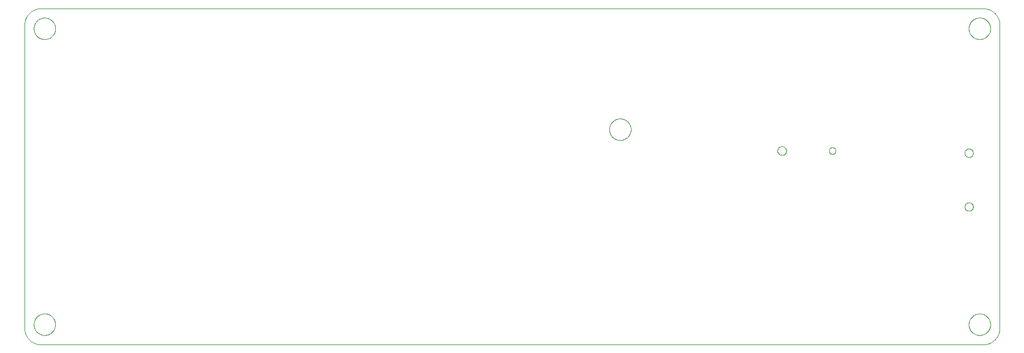
<source format=gko>
G75*
%MOIN*%
%OFA0B0*%
%FSLAX25Y25*%
%IPPOS*%
%LPD*%
%AMOC8*
5,1,8,0,0,1.08239X$1,22.5*
%
%ADD10C,0.00000*%
D10*
X0011643Y0027404D02*
X0562824Y0027404D01*
X0562824Y0027403D02*
X0563062Y0027406D01*
X0563300Y0027414D01*
X0563537Y0027429D01*
X0563774Y0027449D01*
X0564010Y0027475D01*
X0564246Y0027506D01*
X0564481Y0027543D01*
X0564715Y0027586D01*
X0564948Y0027635D01*
X0565180Y0027689D01*
X0565410Y0027749D01*
X0565639Y0027814D01*
X0565866Y0027885D01*
X0566091Y0027961D01*
X0566314Y0028043D01*
X0566536Y0028130D01*
X0566755Y0028222D01*
X0566972Y0028320D01*
X0567186Y0028422D01*
X0567398Y0028530D01*
X0567608Y0028644D01*
X0567814Y0028762D01*
X0568018Y0028885D01*
X0568218Y0029013D01*
X0568415Y0029145D01*
X0568610Y0029283D01*
X0568800Y0029425D01*
X0568988Y0029572D01*
X0569171Y0029723D01*
X0569351Y0029878D01*
X0569527Y0030038D01*
X0569699Y0030202D01*
X0569868Y0030371D01*
X0570032Y0030543D01*
X0570192Y0030719D01*
X0570347Y0030899D01*
X0570498Y0031082D01*
X0570645Y0031270D01*
X0570787Y0031460D01*
X0570925Y0031655D01*
X0571057Y0031852D01*
X0571185Y0032052D01*
X0571308Y0032256D01*
X0571426Y0032462D01*
X0571540Y0032672D01*
X0571648Y0032884D01*
X0571750Y0033098D01*
X0571848Y0033315D01*
X0571940Y0033534D01*
X0572027Y0033756D01*
X0572109Y0033979D01*
X0572185Y0034204D01*
X0572256Y0034431D01*
X0572321Y0034660D01*
X0572381Y0034890D01*
X0572435Y0035122D01*
X0572484Y0035355D01*
X0572527Y0035589D01*
X0572564Y0035824D01*
X0572595Y0036060D01*
X0572621Y0036296D01*
X0572641Y0036533D01*
X0572656Y0036770D01*
X0572664Y0037008D01*
X0572667Y0037246D01*
X0572666Y0037246D02*
X0572666Y0214412D01*
X0572667Y0214412D02*
X0572664Y0214650D01*
X0572656Y0214888D01*
X0572641Y0215125D01*
X0572621Y0215362D01*
X0572595Y0215598D01*
X0572564Y0215834D01*
X0572527Y0216069D01*
X0572484Y0216303D01*
X0572435Y0216536D01*
X0572381Y0216768D01*
X0572321Y0216998D01*
X0572256Y0217227D01*
X0572185Y0217454D01*
X0572109Y0217679D01*
X0572027Y0217902D01*
X0571940Y0218124D01*
X0571848Y0218343D01*
X0571750Y0218560D01*
X0571648Y0218774D01*
X0571540Y0218986D01*
X0571426Y0219196D01*
X0571308Y0219402D01*
X0571185Y0219606D01*
X0571057Y0219806D01*
X0570925Y0220003D01*
X0570787Y0220198D01*
X0570645Y0220388D01*
X0570498Y0220576D01*
X0570347Y0220759D01*
X0570192Y0220939D01*
X0570032Y0221115D01*
X0569868Y0221287D01*
X0569699Y0221456D01*
X0569527Y0221620D01*
X0569351Y0221780D01*
X0569171Y0221935D01*
X0568988Y0222086D01*
X0568800Y0222233D01*
X0568610Y0222375D01*
X0568415Y0222513D01*
X0568218Y0222645D01*
X0568018Y0222773D01*
X0567814Y0222896D01*
X0567608Y0223014D01*
X0567398Y0223128D01*
X0567186Y0223236D01*
X0566972Y0223338D01*
X0566755Y0223436D01*
X0566536Y0223528D01*
X0566314Y0223615D01*
X0566091Y0223697D01*
X0565866Y0223773D01*
X0565639Y0223844D01*
X0565410Y0223909D01*
X0565180Y0223969D01*
X0564948Y0224023D01*
X0564715Y0224072D01*
X0564481Y0224115D01*
X0564246Y0224152D01*
X0564010Y0224183D01*
X0563774Y0224209D01*
X0563537Y0224229D01*
X0563300Y0224244D01*
X0563062Y0224252D01*
X0562824Y0224255D01*
X0562824Y0224254D02*
X0011643Y0224254D01*
X0011643Y0224255D02*
X0011405Y0224252D01*
X0011167Y0224244D01*
X0010930Y0224229D01*
X0010693Y0224209D01*
X0010457Y0224183D01*
X0010221Y0224152D01*
X0009986Y0224115D01*
X0009752Y0224072D01*
X0009519Y0224023D01*
X0009287Y0223969D01*
X0009057Y0223909D01*
X0008828Y0223844D01*
X0008601Y0223773D01*
X0008376Y0223697D01*
X0008153Y0223615D01*
X0007931Y0223528D01*
X0007712Y0223436D01*
X0007495Y0223338D01*
X0007281Y0223236D01*
X0007069Y0223128D01*
X0006859Y0223014D01*
X0006653Y0222896D01*
X0006449Y0222773D01*
X0006249Y0222645D01*
X0006052Y0222513D01*
X0005857Y0222375D01*
X0005667Y0222233D01*
X0005479Y0222086D01*
X0005296Y0221935D01*
X0005116Y0221780D01*
X0004940Y0221620D01*
X0004768Y0221456D01*
X0004599Y0221287D01*
X0004435Y0221115D01*
X0004275Y0220939D01*
X0004120Y0220759D01*
X0003969Y0220576D01*
X0003822Y0220388D01*
X0003680Y0220198D01*
X0003542Y0220003D01*
X0003410Y0219806D01*
X0003282Y0219606D01*
X0003159Y0219402D01*
X0003041Y0219196D01*
X0002927Y0218986D01*
X0002819Y0218774D01*
X0002717Y0218560D01*
X0002619Y0218343D01*
X0002527Y0218124D01*
X0002440Y0217902D01*
X0002358Y0217679D01*
X0002282Y0217454D01*
X0002211Y0217227D01*
X0002146Y0216998D01*
X0002086Y0216768D01*
X0002032Y0216536D01*
X0001983Y0216303D01*
X0001940Y0216069D01*
X0001903Y0215834D01*
X0001872Y0215598D01*
X0001846Y0215362D01*
X0001826Y0215125D01*
X0001811Y0214888D01*
X0001803Y0214650D01*
X0001800Y0214412D01*
X0001800Y0037246D01*
X0001803Y0037008D01*
X0001811Y0036770D01*
X0001826Y0036533D01*
X0001846Y0036296D01*
X0001872Y0036060D01*
X0001903Y0035824D01*
X0001940Y0035589D01*
X0001983Y0035355D01*
X0002032Y0035122D01*
X0002086Y0034890D01*
X0002146Y0034660D01*
X0002211Y0034431D01*
X0002282Y0034204D01*
X0002358Y0033979D01*
X0002440Y0033756D01*
X0002527Y0033534D01*
X0002619Y0033315D01*
X0002717Y0033098D01*
X0002819Y0032884D01*
X0002927Y0032672D01*
X0003041Y0032462D01*
X0003159Y0032256D01*
X0003282Y0032052D01*
X0003410Y0031852D01*
X0003542Y0031655D01*
X0003680Y0031460D01*
X0003822Y0031270D01*
X0003969Y0031082D01*
X0004120Y0030899D01*
X0004275Y0030719D01*
X0004435Y0030543D01*
X0004599Y0030371D01*
X0004768Y0030202D01*
X0004940Y0030038D01*
X0005116Y0029878D01*
X0005296Y0029723D01*
X0005479Y0029572D01*
X0005667Y0029425D01*
X0005857Y0029283D01*
X0006052Y0029145D01*
X0006249Y0029013D01*
X0006449Y0028885D01*
X0006653Y0028762D01*
X0006859Y0028644D01*
X0007069Y0028530D01*
X0007281Y0028422D01*
X0007495Y0028320D01*
X0007712Y0028222D01*
X0007931Y0028130D01*
X0008153Y0028043D01*
X0008376Y0027961D01*
X0008601Y0027885D01*
X0008828Y0027814D01*
X0009057Y0027749D01*
X0009287Y0027689D01*
X0009519Y0027635D01*
X0009752Y0027586D01*
X0009986Y0027543D01*
X0010221Y0027506D01*
X0010457Y0027475D01*
X0010693Y0027449D01*
X0010930Y0027429D01*
X0011167Y0027414D01*
X0011405Y0027406D01*
X0011643Y0027403D01*
X0007312Y0039215D02*
X0007314Y0039373D01*
X0007320Y0039531D01*
X0007330Y0039689D01*
X0007344Y0039847D01*
X0007362Y0040004D01*
X0007383Y0040161D01*
X0007409Y0040317D01*
X0007439Y0040473D01*
X0007472Y0040628D01*
X0007510Y0040781D01*
X0007551Y0040934D01*
X0007596Y0041086D01*
X0007645Y0041237D01*
X0007698Y0041386D01*
X0007754Y0041534D01*
X0007814Y0041680D01*
X0007878Y0041825D01*
X0007946Y0041968D01*
X0008017Y0042110D01*
X0008091Y0042250D01*
X0008169Y0042387D01*
X0008251Y0042523D01*
X0008335Y0042657D01*
X0008424Y0042788D01*
X0008515Y0042917D01*
X0008610Y0043044D01*
X0008707Y0043169D01*
X0008808Y0043291D01*
X0008912Y0043410D01*
X0009019Y0043527D01*
X0009129Y0043641D01*
X0009242Y0043752D01*
X0009357Y0043861D01*
X0009475Y0043966D01*
X0009596Y0044068D01*
X0009719Y0044168D01*
X0009845Y0044264D01*
X0009973Y0044357D01*
X0010103Y0044447D01*
X0010236Y0044533D01*
X0010371Y0044617D01*
X0010507Y0044696D01*
X0010646Y0044773D01*
X0010787Y0044845D01*
X0010929Y0044915D01*
X0011073Y0044980D01*
X0011219Y0045042D01*
X0011366Y0045100D01*
X0011515Y0045155D01*
X0011665Y0045206D01*
X0011816Y0045253D01*
X0011968Y0045296D01*
X0012121Y0045335D01*
X0012276Y0045371D01*
X0012431Y0045402D01*
X0012587Y0045430D01*
X0012743Y0045454D01*
X0012900Y0045474D01*
X0013058Y0045490D01*
X0013215Y0045502D01*
X0013374Y0045510D01*
X0013532Y0045514D01*
X0013690Y0045514D01*
X0013848Y0045510D01*
X0014007Y0045502D01*
X0014164Y0045490D01*
X0014322Y0045474D01*
X0014479Y0045454D01*
X0014635Y0045430D01*
X0014791Y0045402D01*
X0014946Y0045371D01*
X0015101Y0045335D01*
X0015254Y0045296D01*
X0015406Y0045253D01*
X0015557Y0045206D01*
X0015707Y0045155D01*
X0015856Y0045100D01*
X0016003Y0045042D01*
X0016149Y0044980D01*
X0016293Y0044915D01*
X0016435Y0044845D01*
X0016576Y0044773D01*
X0016715Y0044696D01*
X0016851Y0044617D01*
X0016986Y0044533D01*
X0017119Y0044447D01*
X0017249Y0044357D01*
X0017377Y0044264D01*
X0017503Y0044168D01*
X0017626Y0044068D01*
X0017747Y0043966D01*
X0017865Y0043861D01*
X0017980Y0043752D01*
X0018093Y0043641D01*
X0018203Y0043527D01*
X0018310Y0043410D01*
X0018414Y0043291D01*
X0018515Y0043169D01*
X0018612Y0043044D01*
X0018707Y0042917D01*
X0018798Y0042788D01*
X0018887Y0042657D01*
X0018971Y0042523D01*
X0019053Y0042387D01*
X0019131Y0042250D01*
X0019205Y0042110D01*
X0019276Y0041968D01*
X0019344Y0041825D01*
X0019408Y0041680D01*
X0019468Y0041534D01*
X0019524Y0041386D01*
X0019577Y0041237D01*
X0019626Y0041086D01*
X0019671Y0040934D01*
X0019712Y0040781D01*
X0019750Y0040628D01*
X0019783Y0040473D01*
X0019813Y0040317D01*
X0019839Y0040161D01*
X0019860Y0040004D01*
X0019878Y0039847D01*
X0019892Y0039689D01*
X0019902Y0039531D01*
X0019908Y0039373D01*
X0019910Y0039215D01*
X0019908Y0039057D01*
X0019902Y0038899D01*
X0019892Y0038741D01*
X0019878Y0038583D01*
X0019860Y0038426D01*
X0019839Y0038269D01*
X0019813Y0038113D01*
X0019783Y0037957D01*
X0019750Y0037802D01*
X0019712Y0037649D01*
X0019671Y0037496D01*
X0019626Y0037344D01*
X0019577Y0037193D01*
X0019524Y0037044D01*
X0019468Y0036896D01*
X0019408Y0036750D01*
X0019344Y0036605D01*
X0019276Y0036462D01*
X0019205Y0036320D01*
X0019131Y0036180D01*
X0019053Y0036043D01*
X0018971Y0035907D01*
X0018887Y0035773D01*
X0018798Y0035642D01*
X0018707Y0035513D01*
X0018612Y0035386D01*
X0018515Y0035261D01*
X0018414Y0035139D01*
X0018310Y0035020D01*
X0018203Y0034903D01*
X0018093Y0034789D01*
X0017980Y0034678D01*
X0017865Y0034569D01*
X0017747Y0034464D01*
X0017626Y0034362D01*
X0017503Y0034262D01*
X0017377Y0034166D01*
X0017249Y0034073D01*
X0017119Y0033983D01*
X0016986Y0033897D01*
X0016851Y0033813D01*
X0016715Y0033734D01*
X0016576Y0033657D01*
X0016435Y0033585D01*
X0016293Y0033515D01*
X0016149Y0033450D01*
X0016003Y0033388D01*
X0015856Y0033330D01*
X0015707Y0033275D01*
X0015557Y0033224D01*
X0015406Y0033177D01*
X0015254Y0033134D01*
X0015101Y0033095D01*
X0014946Y0033059D01*
X0014791Y0033028D01*
X0014635Y0033000D01*
X0014479Y0032976D01*
X0014322Y0032956D01*
X0014164Y0032940D01*
X0014007Y0032928D01*
X0013848Y0032920D01*
X0013690Y0032916D01*
X0013532Y0032916D01*
X0013374Y0032920D01*
X0013215Y0032928D01*
X0013058Y0032940D01*
X0012900Y0032956D01*
X0012743Y0032976D01*
X0012587Y0033000D01*
X0012431Y0033028D01*
X0012276Y0033059D01*
X0012121Y0033095D01*
X0011968Y0033134D01*
X0011816Y0033177D01*
X0011665Y0033224D01*
X0011515Y0033275D01*
X0011366Y0033330D01*
X0011219Y0033388D01*
X0011073Y0033450D01*
X0010929Y0033515D01*
X0010787Y0033585D01*
X0010646Y0033657D01*
X0010507Y0033734D01*
X0010371Y0033813D01*
X0010236Y0033897D01*
X0010103Y0033983D01*
X0009973Y0034073D01*
X0009845Y0034166D01*
X0009719Y0034262D01*
X0009596Y0034362D01*
X0009475Y0034464D01*
X0009357Y0034569D01*
X0009242Y0034678D01*
X0009129Y0034789D01*
X0009019Y0034903D01*
X0008912Y0035020D01*
X0008808Y0035139D01*
X0008707Y0035261D01*
X0008610Y0035386D01*
X0008515Y0035513D01*
X0008424Y0035642D01*
X0008335Y0035773D01*
X0008251Y0035907D01*
X0008169Y0036043D01*
X0008091Y0036180D01*
X0008017Y0036320D01*
X0007946Y0036462D01*
X0007878Y0036605D01*
X0007814Y0036750D01*
X0007754Y0036896D01*
X0007698Y0037044D01*
X0007645Y0037193D01*
X0007596Y0037344D01*
X0007551Y0037496D01*
X0007510Y0037649D01*
X0007472Y0037802D01*
X0007439Y0037957D01*
X0007409Y0038113D01*
X0007383Y0038269D01*
X0007362Y0038426D01*
X0007344Y0038583D01*
X0007330Y0038741D01*
X0007320Y0038899D01*
X0007314Y0039057D01*
X0007312Y0039215D01*
X0344147Y0153388D02*
X0344149Y0153546D01*
X0344155Y0153704D01*
X0344165Y0153862D01*
X0344179Y0154020D01*
X0344197Y0154177D01*
X0344218Y0154334D01*
X0344244Y0154490D01*
X0344274Y0154646D01*
X0344307Y0154801D01*
X0344345Y0154954D01*
X0344386Y0155107D01*
X0344431Y0155259D01*
X0344480Y0155410D01*
X0344533Y0155559D01*
X0344589Y0155707D01*
X0344649Y0155853D01*
X0344713Y0155998D01*
X0344781Y0156141D01*
X0344852Y0156283D01*
X0344926Y0156423D01*
X0345004Y0156560D01*
X0345086Y0156696D01*
X0345170Y0156830D01*
X0345259Y0156961D01*
X0345350Y0157090D01*
X0345445Y0157217D01*
X0345542Y0157342D01*
X0345643Y0157464D01*
X0345747Y0157583D01*
X0345854Y0157700D01*
X0345964Y0157814D01*
X0346077Y0157925D01*
X0346192Y0158034D01*
X0346310Y0158139D01*
X0346431Y0158241D01*
X0346554Y0158341D01*
X0346680Y0158437D01*
X0346808Y0158530D01*
X0346938Y0158620D01*
X0347071Y0158706D01*
X0347206Y0158790D01*
X0347342Y0158869D01*
X0347481Y0158946D01*
X0347622Y0159018D01*
X0347764Y0159088D01*
X0347908Y0159153D01*
X0348054Y0159215D01*
X0348201Y0159273D01*
X0348350Y0159328D01*
X0348500Y0159379D01*
X0348651Y0159426D01*
X0348803Y0159469D01*
X0348956Y0159508D01*
X0349111Y0159544D01*
X0349266Y0159575D01*
X0349422Y0159603D01*
X0349578Y0159627D01*
X0349735Y0159647D01*
X0349893Y0159663D01*
X0350050Y0159675D01*
X0350209Y0159683D01*
X0350367Y0159687D01*
X0350525Y0159687D01*
X0350683Y0159683D01*
X0350842Y0159675D01*
X0350999Y0159663D01*
X0351157Y0159647D01*
X0351314Y0159627D01*
X0351470Y0159603D01*
X0351626Y0159575D01*
X0351781Y0159544D01*
X0351936Y0159508D01*
X0352089Y0159469D01*
X0352241Y0159426D01*
X0352392Y0159379D01*
X0352542Y0159328D01*
X0352691Y0159273D01*
X0352838Y0159215D01*
X0352984Y0159153D01*
X0353128Y0159088D01*
X0353270Y0159018D01*
X0353411Y0158946D01*
X0353550Y0158869D01*
X0353686Y0158790D01*
X0353821Y0158706D01*
X0353954Y0158620D01*
X0354084Y0158530D01*
X0354212Y0158437D01*
X0354338Y0158341D01*
X0354461Y0158241D01*
X0354582Y0158139D01*
X0354700Y0158034D01*
X0354815Y0157925D01*
X0354928Y0157814D01*
X0355038Y0157700D01*
X0355145Y0157583D01*
X0355249Y0157464D01*
X0355350Y0157342D01*
X0355447Y0157217D01*
X0355542Y0157090D01*
X0355633Y0156961D01*
X0355722Y0156830D01*
X0355806Y0156696D01*
X0355888Y0156560D01*
X0355966Y0156423D01*
X0356040Y0156283D01*
X0356111Y0156141D01*
X0356179Y0155998D01*
X0356243Y0155853D01*
X0356303Y0155707D01*
X0356359Y0155559D01*
X0356412Y0155410D01*
X0356461Y0155259D01*
X0356506Y0155107D01*
X0356547Y0154954D01*
X0356585Y0154801D01*
X0356618Y0154646D01*
X0356648Y0154490D01*
X0356674Y0154334D01*
X0356695Y0154177D01*
X0356713Y0154020D01*
X0356727Y0153862D01*
X0356737Y0153704D01*
X0356743Y0153546D01*
X0356745Y0153388D01*
X0356743Y0153230D01*
X0356737Y0153072D01*
X0356727Y0152914D01*
X0356713Y0152756D01*
X0356695Y0152599D01*
X0356674Y0152442D01*
X0356648Y0152286D01*
X0356618Y0152130D01*
X0356585Y0151975D01*
X0356547Y0151822D01*
X0356506Y0151669D01*
X0356461Y0151517D01*
X0356412Y0151366D01*
X0356359Y0151217D01*
X0356303Y0151069D01*
X0356243Y0150923D01*
X0356179Y0150778D01*
X0356111Y0150635D01*
X0356040Y0150493D01*
X0355966Y0150353D01*
X0355888Y0150216D01*
X0355806Y0150080D01*
X0355722Y0149946D01*
X0355633Y0149815D01*
X0355542Y0149686D01*
X0355447Y0149559D01*
X0355350Y0149434D01*
X0355249Y0149312D01*
X0355145Y0149193D01*
X0355038Y0149076D01*
X0354928Y0148962D01*
X0354815Y0148851D01*
X0354700Y0148742D01*
X0354582Y0148637D01*
X0354461Y0148535D01*
X0354338Y0148435D01*
X0354212Y0148339D01*
X0354084Y0148246D01*
X0353954Y0148156D01*
X0353821Y0148070D01*
X0353686Y0147986D01*
X0353550Y0147907D01*
X0353411Y0147830D01*
X0353270Y0147758D01*
X0353128Y0147688D01*
X0352984Y0147623D01*
X0352838Y0147561D01*
X0352691Y0147503D01*
X0352542Y0147448D01*
X0352392Y0147397D01*
X0352241Y0147350D01*
X0352089Y0147307D01*
X0351936Y0147268D01*
X0351781Y0147232D01*
X0351626Y0147201D01*
X0351470Y0147173D01*
X0351314Y0147149D01*
X0351157Y0147129D01*
X0350999Y0147113D01*
X0350842Y0147101D01*
X0350683Y0147093D01*
X0350525Y0147089D01*
X0350367Y0147089D01*
X0350209Y0147093D01*
X0350050Y0147101D01*
X0349893Y0147113D01*
X0349735Y0147129D01*
X0349578Y0147149D01*
X0349422Y0147173D01*
X0349266Y0147201D01*
X0349111Y0147232D01*
X0348956Y0147268D01*
X0348803Y0147307D01*
X0348651Y0147350D01*
X0348500Y0147397D01*
X0348350Y0147448D01*
X0348201Y0147503D01*
X0348054Y0147561D01*
X0347908Y0147623D01*
X0347764Y0147688D01*
X0347622Y0147758D01*
X0347481Y0147830D01*
X0347342Y0147907D01*
X0347206Y0147986D01*
X0347071Y0148070D01*
X0346938Y0148156D01*
X0346808Y0148246D01*
X0346680Y0148339D01*
X0346554Y0148435D01*
X0346431Y0148535D01*
X0346310Y0148637D01*
X0346192Y0148742D01*
X0346077Y0148851D01*
X0345964Y0148962D01*
X0345854Y0149076D01*
X0345747Y0149193D01*
X0345643Y0149312D01*
X0345542Y0149434D01*
X0345445Y0149559D01*
X0345350Y0149686D01*
X0345259Y0149815D01*
X0345170Y0149946D01*
X0345086Y0150080D01*
X0345004Y0150216D01*
X0344926Y0150353D01*
X0344852Y0150493D01*
X0344781Y0150635D01*
X0344713Y0150778D01*
X0344649Y0150923D01*
X0344589Y0151069D01*
X0344533Y0151217D01*
X0344480Y0151366D01*
X0344431Y0151517D01*
X0344386Y0151669D01*
X0344345Y0151822D01*
X0344307Y0151975D01*
X0344274Y0152130D01*
X0344244Y0152286D01*
X0344218Y0152442D01*
X0344197Y0152599D01*
X0344179Y0152756D01*
X0344165Y0152914D01*
X0344155Y0153072D01*
X0344149Y0153230D01*
X0344147Y0153388D01*
X0442615Y0140904D02*
X0442617Y0141005D01*
X0442623Y0141106D01*
X0442633Y0141207D01*
X0442647Y0141307D01*
X0442665Y0141406D01*
X0442687Y0141505D01*
X0442712Y0141603D01*
X0442742Y0141700D01*
X0442775Y0141795D01*
X0442812Y0141889D01*
X0442853Y0141982D01*
X0442897Y0142073D01*
X0442945Y0142162D01*
X0442997Y0142249D01*
X0443052Y0142334D01*
X0443110Y0142416D01*
X0443171Y0142497D01*
X0443236Y0142575D01*
X0443303Y0142650D01*
X0443373Y0142722D01*
X0443447Y0142792D01*
X0443523Y0142859D01*
X0443601Y0142923D01*
X0443682Y0142983D01*
X0443765Y0143040D01*
X0443851Y0143094D01*
X0443939Y0143145D01*
X0444028Y0143192D01*
X0444119Y0143236D01*
X0444212Y0143275D01*
X0444307Y0143312D01*
X0444402Y0143344D01*
X0444499Y0143373D01*
X0444598Y0143397D01*
X0444696Y0143418D01*
X0444796Y0143435D01*
X0444896Y0143448D01*
X0444997Y0143457D01*
X0445098Y0143462D01*
X0445199Y0143463D01*
X0445300Y0143460D01*
X0445401Y0143453D01*
X0445502Y0143442D01*
X0445602Y0143427D01*
X0445701Y0143408D01*
X0445800Y0143385D01*
X0445897Y0143359D01*
X0445994Y0143328D01*
X0446089Y0143294D01*
X0446182Y0143256D01*
X0446275Y0143214D01*
X0446365Y0143169D01*
X0446454Y0143120D01*
X0446540Y0143068D01*
X0446624Y0143012D01*
X0446707Y0142953D01*
X0446786Y0142891D01*
X0446864Y0142826D01*
X0446938Y0142758D01*
X0447010Y0142686D01*
X0447079Y0142613D01*
X0447145Y0142536D01*
X0447208Y0142457D01*
X0447268Y0142375D01*
X0447324Y0142291D01*
X0447377Y0142205D01*
X0447427Y0142117D01*
X0447473Y0142027D01*
X0447516Y0141936D01*
X0447555Y0141842D01*
X0447590Y0141747D01*
X0447621Y0141651D01*
X0447649Y0141554D01*
X0447673Y0141456D01*
X0447693Y0141357D01*
X0447709Y0141257D01*
X0447721Y0141156D01*
X0447729Y0141056D01*
X0447733Y0140955D01*
X0447733Y0140853D01*
X0447729Y0140752D01*
X0447721Y0140652D01*
X0447709Y0140551D01*
X0447693Y0140451D01*
X0447673Y0140352D01*
X0447649Y0140254D01*
X0447621Y0140157D01*
X0447590Y0140061D01*
X0447555Y0139966D01*
X0447516Y0139872D01*
X0447473Y0139781D01*
X0447427Y0139691D01*
X0447377Y0139603D01*
X0447324Y0139517D01*
X0447268Y0139433D01*
X0447208Y0139351D01*
X0447145Y0139272D01*
X0447079Y0139195D01*
X0447010Y0139122D01*
X0446938Y0139050D01*
X0446864Y0138982D01*
X0446786Y0138917D01*
X0446707Y0138855D01*
X0446624Y0138796D01*
X0446540Y0138740D01*
X0446453Y0138688D01*
X0446365Y0138639D01*
X0446275Y0138594D01*
X0446182Y0138552D01*
X0446089Y0138514D01*
X0445994Y0138480D01*
X0445897Y0138449D01*
X0445800Y0138423D01*
X0445701Y0138400D01*
X0445602Y0138381D01*
X0445502Y0138366D01*
X0445401Y0138355D01*
X0445300Y0138348D01*
X0445199Y0138345D01*
X0445098Y0138346D01*
X0444997Y0138351D01*
X0444896Y0138360D01*
X0444796Y0138373D01*
X0444696Y0138390D01*
X0444598Y0138411D01*
X0444499Y0138435D01*
X0444402Y0138464D01*
X0444307Y0138496D01*
X0444212Y0138533D01*
X0444119Y0138572D01*
X0444028Y0138616D01*
X0443939Y0138663D01*
X0443851Y0138714D01*
X0443765Y0138768D01*
X0443682Y0138825D01*
X0443601Y0138885D01*
X0443523Y0138949D01*
X0443447Y0139016D01*
X0443373Y0139086D01*
X0443303Y0139158D01*
X0443236Y0139233D01*
X0443171Y0139311D01*
X0443110Y0139392D01*
X0443052Y0139474D01*
X0442997Y0139559D01*
X0442945Y0139646D01*
X0442897Y0139735D01*
X0442853Y0139826D01*
X0442812Y0139919D01*
X0442775Y0140013D01*
X0442742Y0140108D01*
X0442712Y0140205D01*
X0442687Y0140303D01*
X0442665Y0140402D01*
X0442647Y0140501D01*
X0442633Y0140601D01*
X0442623Y0140702D01*
X0442617Y0140803D01*
X0442615Y0140904D01*
X0472733Y0140904D02*
X0472735Y0140992D01*
X0472741Y0141080D01*
X0472751Y0141168D01*
X0472765Y0141256D01*
X0472782Y0141342D01*
X0472804Y0141428D01*
X0472829Y0141512D01*
X0472859Y0141596D01*
X0472891Y0141678D01*
X0472928Y0141758D01*
X0472968Y0141837D01*
X0473012Y0141914D01*
X0473059Y0141989D01*
X0473109Y0142061D01*
X0473163Y0142132D01*
X0473219Y0142199D01*
X0473279Y0142265D01*
X0473341Y0142327D01*
X0473407Y0142387D01*
X0473474Y0142443D01*
X0473545Y0142497D01*
X0473617Y0142547D01*
X0473692Y0142594D01*
X0473769Y0142638D01*
X0473848Y0142678D01*
X0473928Y0142715D01*
X0474010Y0142747D01*
X0474094Y0142777D01*
X0474178Y0142802D01*
X0474264Y0142824D01*
X0474350Y0142841D01*
X0474438Y0142855D01*
X0474526Y0142865D01*
X0474614Y0142871D01*
X0474702Y0142873D01*
X0474790Y0142871D01*
X0474878Y0142865D01*
X0474966Y0142855D01*
X0475054Y0142841D01*
X0475140Y0142824D01*
X0475226Y0142802D01*
X0475310Y0142777D01*
X0475394Y0142747D01*
X0475476Y0142715D01*
X0475556Y0142678D01*
X0475635Y0142638D01*
X0475712Y0142594D01*
X0475787Y0142547D01*
X0475859Y0142497D01*
X0475930Y0142443D01*
X0475997Y0142387D01*
X0476063Y0142327D01*
X0476125Y0142265D01*
X0476185Y0142199D01*
X0476241Y0142132D01*
X0476295Y0142061D01*
X0476345Y0141989D01*
X0476392Y0141914D01*
X0476436Y0141837D01*
X0476476Y0141758D01*
X0476513Y0141678D01*
X0476545Y0141596D01*
X0476575Y0141512D01*
X0476600Y0141428D01*
X0476622Y0141342D01*
X0476639Y0141256D01*
X0476653Y0141168D01*
X0476663Y0141080D01*
X0476669Y0140992D01*
X0476671Y0140904D01*
X0476669Y0140816D01*
X0476663Y0140728D01*
X0476653Y0140640D01*
X0476639Y0140552D01*
X0476622Y0140466D01*
X0476600Y0140380D01*
X0476575Y0140296D01*
X0476545Y0140212D01*
X0476513Y0140130D01*
X0476476Y0140050D01*
X0476436Y0139971D01*
X0476392Y0139894D01*
X0476345Y0139819D01*
X0476295Y0139747D01*
X0476241Y0139676D01*
X0476185Y0139609D01*
X0476125Y0139543D01*
X0476063Y0139481D01*
X0475997Y0139421D01*
X0475930Y0139365D01*
X0475859Y0139311D01*
X0475787Y0139261D01*
X0475712Y0139214D01*
X0475635Y0139170D01*
X0475556Y0139130D01*
X0475476Y0139093D01*
X0475394Y0139061D01*
X0475310Y0139031D01*
X0475226Y0139006D01*
X0475140Y0138984D01*
X0475054Y0138967D01*
X0474966Y0138953D01*
X0474878Y0138943D01*
X0474790Y0138937D01*
X0474702Y0138935D01*
X0474614Y0138937D01*
X0474526Y0138943D01*
X0474438Y0138953D01*
X0474350Y0138967D01*
X0474264Y0138984D01*
X0474178Y0139006D01*
X0474094Y0139031D01*
X0474010Y0139061D01*
X0473928Y0139093D01*
X0473848Y0139130D01*
X0473769Y0139170D01*
X0473692Y0139214D01*
X0473617Y0139261D01*
X0473545Y0139311D01*
X0473474Y0139365D01*
X0473407Y0139421D01*
X0473341Y0139481D01*
X0473279Y0139543D01*
X0473219Y0139609D01*
X0473163Y0139676D01*
X0473109Y0139747D01*
X0473059Y0139819D01*
X0473012Y0139894D01*
X0472968Y0139971D01*
X0472928Y0140050D01*
X0472891Y0140130D01*
X0472859Y0140212D01*
X0472829Y0140296D01*
X0472804Y0140380D01*
X0472782Y0140466D01*
X0472765Y0140552D01*
X0472751Y0140640D01*
X0472741Y0140728D01*
X0472735Y0140816D01*
X0472733Y0140904D01*
X0552134Y0139609D02*
X0552136Y0139708D01*
X0552142Y0139807D01*
X0552152Y0139906D01*
X0552166Y0140004D01*
X0552184Y0140101D01*
X0552206Y0140198D01*
X0552231Y0140294D01*
X0552261Y0140388D01*
X0552294Y0140482D01*
X0552331Y0140574D01*
X0552372Y0140664D01*
X0552416Y0140753D01*
X0552464Y0140839D01*
X0552515Y0140924D01*
X0552570Y0141007D01*
X0552628Y0141087D01*
X0552689Y0141165D01*
X0552753Y0141241D01*
X0552820Y0141314D01*
X0552890Y0141384D01*
X0552963Y0141451D01*
X0553039Y0141515D01*
X0553117Y0141576D01*
X0553197Y0141634D01*
X0553280Y0141689D01*
X0553364Y0141740D01*
X0553451Y0141788D01*
X0553540Y0141832D01*
X0553630Y0141873D01*
X0553722Y0141910D01*
X0553816Y0141943D01*
X0553910Y0141973D01*
X0554006Y0141998D01*
X0554103Y0142020D01*
X0554200Y0142038D01*
X0554298Y0142052D01*
X0554397Y0142062D01*
X0554496Y0142068D01*
X0554595Y0142070D01*
X0554694Y0142068D01*
X0554793Y0142062D01*
X0554892Y0142052D01*
X0554990Y0142038D01*
X0555087Y0142020D01*
X0555184Y0141998D01*
X0555280Y0141973D01*
X0555374Y0141943D01*
X0555468Y0141910D01*
X0555560Y0141873D01*
X0555650Y0141832D01*
X0555739Y0141788D01*
X0555825Y0141740D01*
X0555910Y0141689D01*
X0555993Y0141634D01*
X0556073Y0141576D01*
X0556151Y0141515D01*
X0556227Y0141451D01*
X0556300Y0141384D01*
X0556370Y0141314D01*
X0556437Y0141241D01*
X0556501Y0141165D01*
X0556562Y0141087D01*
X0556620Y0141007D01*
X0556675Y0140924D01*
X0556726Y0140840D01*
X0556774Y0140753D01*
X0556818Y0140664D01*
X0556859Y0140574D01*
X0556896Y0140482D01*
X0556929Y0140388D01*
X0556959Y0140294D01*
X0556984Y0140198D01*
X0557006Y0140101D01*
X0557024Y0140004D01*
X0557038Y0139906D01*
X0557048Y0139807D01*
X0557054Y0139708D01*
X0557056Y0139609D01*
X0557054Y0139510D01*
X0557048Y0139411D01*
X0557038Y0139312D01*
X0557024Y0139214D01*
X0557006Y0139117D01*
X0556984Y0139020D01*
X0556959Y0138924D01*
X0556929Y0138830D01*
X0556896Y0138736D01*
X0556859Y0138644D01*
X0556818Y0138554D01*
X0556774Y0138465D01*
X0556726Y0138379D01*
X0556675Y0138294D01*
X0556620Y0138211D01*
X0556562Y0138131D01*
X0556501Y0138053D01*
X0556437Y0137977D01*
X0556370Y0137904D01*
X0556300Y0137834D01*
X0556227Y0137767D01*
X0556151Y0137703D01*
X0556073Y0137642D01*
X0555993Y0137584D01*
X0555910Y0137529D01*
X0555826Y0137478D01*
X0555739Y0137430D01*
X0555650Y0137386D01*
X0555560Y0137345D01*
X0555468Y0137308D01*
X0555374Y0137275D01*
X0555280Y0137245D01*
X0555184Y0137220D01*
X0555087Y0137198D01*
X0554990Y0137180D01*
X0554892Y0137166D01*
X0554793Y0137156D01*
X0554694Y0137150D01*
X0554595Y0137148D01*
X0554496Y0137150D01*
X0554397Y0137156D01*
X0554298Y0137166D01*
X0554200Y0137180D01*
X0554103Y0137198D01*
X0554006Y0137220D01*
X0553910Y0137245D01*
X0553816Y0137275D01*
X0553722Y0137308D01*
X0553630Y0137345D01*
X0553540Y0137386D01*
X0553451Y0137430D01*
X0553365Y0137478D01*
X0553280Y0137529D01*
X0553197Y0137584D01*
X0553117Y0137642D01*
X0553039Y0137703D01*
X0552963Y0137767D01*
X0552890Y0137834D01*
X0552820Y0137904D01*
X0552753Y0137977D01*
X0552689Y0138053D01*
X0552628Y0138131D01*
X0552570Y0138211D01*
X0552515Y0138294D01*
X0552464Y0138378D01*
X0552416Y0138465D01*
X0552372Y0138554D01*
X0552331Y0138644D01*
X0552294Y0138736D01*
X0552261Y0138830D01*
X0552231Y0138924D01*
X0552206Y0139020D01*
X0552184Y0139117D01*
X0552166Y0139214D01*
X0552152Y0139312D01*
X0552142Y0139411D01*
X0552136Y0139510D01*
X0552134Y0139609D01*
X0552134Y0108113D02*
X0552136Y0108212D01*
X0552142Y0108311D01*
X0552152Y0108410D01*
X0552166Y0108508D01*
X0552184Y0108605D01*
X0552206Y0108702D01*
X0552231Y0108798D01*
X0552261Y0108892D01*
X0552294Y0108986D01*
X0552331Y0109078D01*
X0552372Y0109168D01*
X0552416Y0109257D01*
X0552464Y0109343D01*
X0552515Y0109428D01*
X0552570Y0109511D01*
X0552628Y0109591D01*
X0552689Y0109669D01*
X0552753Y0109745D01*
X0552820Y0109818D01*
X0552890Y0109888D01*
X0552963Y0109955D01*
X0553039Y0110019D01*
X0553117Y0110080D01*
X0553197Y0110138D01*
X0553280Y0110193D01*
X0553364Y0110244D01*
X0553451Y0110292D01*
X0553540Y0110336D01*
X0553630Y0110377D01*
X0553722Y0110414D01*
X0553816Y0110447D01*
X0553910Y0110477D01*
X0554006Y0110502D01*
X0554103Y0110524D01*
X0554200Y0110542D01*
X0554298Y0110556D01*
X0554397Y0110566D01*
X0554496Y0110572D01*
X0554595Y0110574D01*
X0554694Y0110572D01*
X0554793Y0110566D01*
X0554892Y0110556D01*
X0554990Y0110542D01*
X0555087Y0110524D01*
X0555184Y0110502D01*
X0555280Y0110477D01*
X0555374Y0110447D01*
X0555468Y0110414D01*
X0555560Y0110377D01*
X0555650Y0110336D01*
X0555739Y0110292D01*
X0555825Y0110244D01*
X0555910Y0110193D01*
X0555993Y0110138D01*
X0556073Y0110080D01*
X0556151Y0110019D01*
X0556227Y0109955D01*
X0556300Y0109888D01*
X0556370Y0109818D01*
X0556437Y0109745D01*
X0556501Y0109669D01*
X0556562Y0109591D01*
X0556620Y0109511D01*
X0556675Y0109428D01*
X0556726Y0109344D01*
X0556774Y0109257D01*
X0556818Y0109168D01*
X0556859Y0109078D01*
X0556896Y0108986D01*
X0556929Y0108892D01*
X0556959Y0108798D01*
X0556984Y0108702D01*
X0557006Y0108605D01*
X0557024Y0108508D01*
X0557038Y0108410D01*
X0557048Y0108311D01*
X0557054Y0108212D01*
X0557056Y0108113D01*
X0557054Y0108014D01*
X0557048Y0107915D01*
X0557038Y0107816D01*
X0557024Y0107718D01*
X0557006Y0107621D01*
X0556984Y0107524D01*
X0556959Y0107428D01*
X0556929Y0107334D01*
X0556896Y0107240D01*
X0556859Y0107148D01*
X0556818Y0107058D01*
X0556774Y0106969D01*
X0556726Y0106883D01*
X0556675Y0106798D01*
X0556620Y0106715D01*
X0556562Y0106635D01*
X0556501Y0106557D01*
X0556437Y0106481D01*
X0556370Y0106408D01*
X0556300Y0106338D01*
X0556227Y0106271D01*
X0556151Y0106207D01*
X0556073Y0106146D01*
X0555993Y0106088D01*
X0555910Y0106033D01*
X0555826Y0105982D01*
X0555739Y0105934D01*
X0555650Y0105890D01*
X0555560Y0105849D01*
X0555468Y0105812D01*
X0555374Y0105779D01*
X0555280Y0105749D01*
X0555184Y0105724D01*
X0555087Y0105702D01*
X0554990Y0105684D01*
X0554892Y0105670D01*
X0554793Y0105660D01*
X0554694Y0105654D01*
X0554595Y0105652D01*
X0554496Y0105654D01*
X0554397Y0105660D01*
X0554298Y0105670D01*
X0554200Y0105684D01*
X0554103Y0105702D01*
X0554006Y0105724D01*
X0553910Y0105749D01*
X0553816Y0105779D01*
X0553722Y0105812D01*
X0553630Y0105849D01*
X0553540Y0105890D01*
X0553451Y0105934D01*
X0553365Y0105982D01*
X0553280Y0106033D01*
X0553197Y0106088D01*
X0553117Y0106146D01*
X0553039Y0106207D01*
X0552963Y0106271D01*
X0552890Y0106338D01*
X0552820Y0106408D01*
X0552753Y0106481D01*
X0552689Y0106557D01*
X0552628Y0106635D01*
X0552570Y0106715D01*
X0552515Y0106798D01*
X0552464Y0106882D01*
X0552416Y0106969D01*
X0552372Y0107058D01*
X0552331Y0107148D01*
X0552294Y0107240D01*
X0552261Y0107334D01*
X0552231Y0107428D01*
X0552206Y0107524D01*
X0552184Y0107621D01*
X0552166Y0107718D01*
X0552152Y0107816D01*
X0552142Y0107915D01*
X0552136Y0108014D01*
X0552134Y0108113D01*
X0554556Y0039215D02*
X0554558Y0039373D01*
X0554564Y0039531D01*
X0554574Y0039689D01*
X0554588Y0039847D01*
X0554606Y0040004D01*
X0554627Y0040161D01*
X0554653Y0040317D01*
X0554683Y0040473D01*
X0554716Y0040628D01*
X0554754Y0040781D01*
X0554795Y0040934D01*
X0554840Y0041086D01*
X0554889Y0041237D01*
X0554942Y0041386D01*
X0554998Y0041534D01*
X0555058Y0041680D01*
X0555122Y0041825D01*
X0555190Y0041968D01*
X0555261Y0042110D01*
X0555335Y0042250D01*
X0555413Y0042387D01*
X0555495Y0042523D01*
X0555579Y0042657D01*
X0555668Y0042788D01*
X0555759Y0042917D01*
X0555854Y0043044D01*
X0555951Y0043169D01*
X0556052Y0043291D01*
X0556156Y0043410D01*
X0556263Y0043527D01*
X0556373Y0043641D01*
X0556486Y0043752D01*
X0556601Y0043861D01*
X0556719Y0043966D01*
X0556840Y0044068D01*
X0556963Y0044168D01*
X0557089Y0044264D01*
X0557217Y0044357D01*
X0557347Y0044447D01*
X0557480Y0044533D01*
X0557615Y0044617D01*
X0557751Y0044696D01*
X0557890Y0044773D01*
X0558031Y0044845D01*
X0558173Y0044915D01*
X0558317Y0044980D01*
X0558463Y0045042D01*
X0558610Y0045100D01*
X0558759Y0045155D01*
X0558909Y0045206D01*
X0559060Y0045253D01*
X0559212Y0045296D01*
X0559365Y0045335D01*
X0559520Y0045371D01*
X0559675Y0045402D01*
X0559831Y0045430D01*
X0559987Y0045454D01*
X0560144Y0045474D01*
X0560302Y0045490D01*
X0560459Y0045502D01*
X0560618Y0045510D01*
X0560776Y0045514D01*
X0560934Y0045514D01*
X0561092Y0045510D01*
X0561251Y0045502D01*
X0561408Y0045490D01*
X0561566Y0045474D01*
X0561723Y0045454D01*
X0561879Y0045430D01*
X0562035Y0045402D01*
X0562190Y0045371D01*
X0562345Y0045335D01*
X0562498Y0045296D01*
X0562650Y0045253D01*
X0562801Y0045206D01*
X0562951Y0045155D01*
X0563100Y0045100D01*
X0563247Y0045042D01*
X0563393Y0044980D01*
X0563537Y0044915D01*
X0563679Y0044845D01*
X0563820Y0044773D01*
X0563959Y0044696D01*
X0564095Y0044617D01*
X0564230Y0044533D01*
X0564363Y0044447D01*
X0564493Y0044357D01*
X0564621Y0044264D01*
X0564747Y0044168D01*
X0564870Y0044068D01*
X0564991Y0043966D01*
X0565109Y0043861D01*
X0565224Y0043752D01*
X0565337Y0043641D01*
X0565447Y0043527D01*
X0565554Y0043410D01*
X0565658Y0043291D01*
X0565759Y0043169D01*
X0565856Y0043044D01*
X0565951Y0042917D01*
X0566042Y0042788D01*
X0566131Y0042657D01*
X0566215Y0042523D01*
X0566297Y0042387D01*
X0566375Y0042250D01*
X0566449Y0042110D01*
X0566520Y0041968D01*
X0566588Y0041825D01*
X0566652Y0041680D01*
X0566712Y0041534D01*
X0566768Y0041386D01*
X0566821Y0041237D01*
X0566870Y0041086D01*
X0566915Y0040934D01*
X0566956Y0040781D01*
X0566994Y0040628D01*
X0567027Y0040473D01*
X0567057Y0040317D01*
X0567083Y0040161D01*
X0567104Y0040004D01*
X0567122Y0039847D01*
X0567136Y0039689D01*
X0567146Y0039531D01*
X0567152Y0039373D01*
X0567154Y0039215D01*
X0567152Y0039057D01*
X0567146Y0038899D01*
X0567136Y0038741D01*
X0567122Y0038583D01*
X0567104Y0038426D01*
X0567083Y0038269D01*
X0567057Y0038113D01*
X0567027Y0037957D01*
X0566994Y0037802D01*
X0566956Y0037649D01*
X0566915Y0037496D01*
X0566870Y0037344D01*
X0566821Y0037193D01*
X0566768Y0037044D01*
X0566712Y0036896D01*
X0566652Y0036750D01*
X0566588Y0036605D01*
X0566520Y0036462D01*
X0566449Y0036320D01*
X0566375Y0036180D01*
X0566297Y0036043D01*
X0566215Y0035907D01*
X0566131Y0035773D01*
X0566042Y0035642D01*
X0565951Y0035513D01*
X0565856Y0035386D01*
X0565759Y0035261D01*
X0565658Y0035139D01*
X0565554Y0035020D01*
X0565447Y0034903D01*
X0565337Y0034789D01*
X0565224Y0034678D01*
X0565109Y0034569D01*
X0564991Y0034464D01*
X0564870Y0034362D01*
X0564747Y0034262D01*
X0564621Y0034166D01*
X0564493Y0034073D01*
X0564363Y0033983D01*
X0564230Y0033897D01*
X0564095Y0033813D01*
X0563959Y0033734D01*
X0563820Y0033657D01*
X0563679Y0033585D01*
X0563537Y0033515D01*
X0563393Y0033450D01*
X0563247Y0033388D01*
X0563100Y0033330D01*
X0562951Y0033275D01*
X0562801Y0033224D01*
X0562650Y0033177D01*
X0562498Y0033134D01*
X0562345Y0033095D01*
X0562190Y0033059D01*
X0562035Y0033028D01*
X0561879Y0033000D01*
X0561723Y0032976D01*
X0561566Y0032956D01*
X0561408Y0032940D01*
X0561251Y0032928D01*
X0561092Y0032920D01*
X0560934Y0032916D01*
X0560776Y0032916D01*
X0560618Y0032920D01*
X0560459Y0032928D01*
X0560302Y0032940D01*
X0560144Y0032956D01*
X0559987Y0032976D01*
X0559831Y0033000D01*
X0559675Y0033028D01*
X0559520Y0033059D01*
X0559365Y0033095D01*
X0559212Y0033134D01*
X0559060Y0033177D01*
X0558909Y0033224D01*
X0558759Y0033275D01*
X0558610Y0033330D01*
X0558463Y0033388D01*
X0558317Y0033450D01*
X0558173Y0033515D01*
X0558031Y0033585D01*
X0557890Y0033657D01*
X0557751Y0033734D01*
X0557615Y0033813D01*
X0557480Y0033897D01*
X0557347Y0033983D01*
X0557217Y0034073D01*
X0557089Y0034166D01*
X0556963Y0034262D01*
X0556840Y0034362D01*
X0556719Y0034464D01*
X0556601Y0034569D01*
X0556486Y0034678D01*
X0556373Y0034789D01*
X0556263Y0034903D01*
X0556156Y0035020D01*
X0556052Y0035139D01*
X0555951Y0035261D01*
X0555854Y0035386D01*
X0555759Y0035513D01*
X0555668Y0035642D01*
X0555579Y0035773D01*
X0555495Y0035907D01*
X0555413Y0036043D01*
X0555335Y0036180D01*
X0555261Y0036320D01*
X0555190Y0036462D01*
X0555122Y0036605D01*
X0555058Y0036750D01*
X0554998Y0036896D01*
X0554942Y0037044D01*
X0554889Y0037193D01*
X0554840Y0037344D01*
X0554795Y0037496D01*
X0554754Y0037649D01*
X0554716Y0037802D01*
X0554683Y0037957D01*
X0554653Y0038113D01*
X0554627Y0038269D01*
X0554606Y0038426D01*
X0554588Y0038583D01*
X0554574Y0038741D01*
X0554564Y0038899D01*
X0554558Y0039057D01*
X0554556Y0039215D01*
X0554556Y0212443D02*
X0554558Y0212601D01*
X0554564Y0212759D01*
X0554574Y0212917D01*
X0554588Y0213075D01*
X0554606Y0213232D01*
X0554627Y0213389D01*
X0554653Y0213545D01*
X0554683Y0213701D01*
X0554716Y0213856D01*
X0554754Y0214009D01*
X0554795Y0214162D01*
X0554840Y0214314D01*
X0554889Y0214465D01*
X0554942Y0214614D01*
X0554998Y0214762D01*
X0555058Y0214908D01*
X0555122Y0215053D01*
X0555190Y0215196D01*
X0555261Y0215338D01*
X0555335Y0215478D01*
X0555413Y0215615D01*
X0555495Y0215751D01*
X0555579Y0215885D01*
X0555668Y0216016D01*
X0555759Y0216145D01*
X0555854Y0216272D01*
X0555951Y0216397D01*
X0556052Y0216519D01*
X0556156Y0216638D01*
X0556263Y0216755D01*
X0556373Y0216869D01*
X0556486Y0216980D01*
X0556601Y0217089D01*
X0556719Y0217194D01*
X0556840Y0217296D01*
X0556963Y0217396D01*
X0557089Y0217492D01*
X0557217Y0217585D01*
X0557347Y0217675D01*
X0557480Y0217761D01*
X0557615Y0217845D01*
X0557751Y0217924D01*
X0557890Y0218001D01*
X0558031Y0218073D01*
X0558173Y0218143D01*
X0558317Y0218208D01*
X0558463Y0218270D01*
X0558610Y0218328D01*
X0558759Y0218383D01*
X0558909Y0218434D01*
X0559060Y0218481D01*
X0559212Y0218524D01*
X0559365Y0218563D01*
X0559520Y0218599D01*
X0559675Y0218630D01*
X0559831Y0218658D01*
X0559987Y0218682D01*
X0560144Y0218702D01*
X0560302Y0218718D01*
X0560459Y0218730D01*
X0560618Y0218738D01*
X0560776Y0218742D01*
X0560934Y0218742D01*
X0561092Y0218738D01*
X0561251Y0218730D01*
X0561408Y0218718D01*
X0561566Y0218702D01*
X0561723Y0218682D01*
X0561879Y0218658D01*
X0562035Y0218630D01*
X0562190Y0218599D01*
X0562345Y0218563D01*
X0562498Y0218524D01*
X0562650Y0218481D01*
X0562801Y0218434D01*
X0562951Y0218383D01*
X0563100Y0218328D01*
X0563247Y0218270D01*
X0563393Y0218208D01*
X0563537Y0218143D01*
X0563679Y0218073D01*
X0563820Y0218001D01*
X0563959Y0217924D01*
X0564095Y0217845D01*
X0564230Y0217761D01*
X0564363Y0217675D01*
X0564493Y0217585D01*
X0564621Y0217492D01*
X0564747Y0217396D01*
X0564870Y0217296D01*
X0564991Y0217194D01*
X0565109Y0217089D01*
X0565224Y0216980D01*
X0565337Y0216869D01*
X0565447Y0216755D01*
X0565554Y0216638D01*
X0565658Y0216519D01*
X0565759Y0216397D01*
X0565856Y0216272D01*
X0565951Y0216145D01*
X0566042Y0216016D01*
X0566131Y0215885D01*
X0566215Y0215751D01*
X0566297Y0215615D01*
X0566375Y0215478D01*
X0566449Y0215338D01*
X0566520Y0215196D01*
X0566588Y0215053D01*
X0566652Y0214908D01*
X0566712Y0214762D01*
X0566768Y0214614D01*
X0566821Y0214465D01*
X0566870Y0214314D01*
X0566915Y0214162D01*
X0566956Y0214009D01*
X0566994Y0213856D01*
X0567027Y0213701D01*
X0567057Y0213545D01*
X0567083Y0213389D01*
X0567104Y0213232D01*
X0567122Y0213075D01*
X0567136Y0212917D01*
X0567146Y0212759D01*
X0567152Y0212601D01*
X0567154Y0212443D01*
X0567152Y0212285D01*
X0567146Y0212127D01*
X0567136Y0211969D01*
X0567122Y0211811D01*
X0567104Y0211654D01*
X0567083Y0211497D01*
X0567057Y0211341D01*
X0567027Y0211185D01*
X0566994Y0211030D01*
X0566956Y0210877D01*
X0566915Y0210724D01*
X0566870Y0210572D01*
X0566821Y0210421D01*
X0566768Y0210272D01*
X0566712Y0210124D01*
X0566652Y0209978D01*
X0566588Y0209833D01*
X0566520Y0209690D01*
X0566449Y0209548D01*
X0566375Y0209408D01*
X0566297Y0209271D01*
X0566215Y0209135D01*
X0566131Y0209001D01*
X0566042Y0208870D01*
X0565951Y0208741D01*
X0565856Y0208614D01*
X0565759Y0208489D01*
X0565658Y0208367D01*
X0565554Y0208248D01*
X0565447Y0208131D01*
X0565337Y0208017D01*
X0565224Y0207906D01*
X0565109Y0207797D01*
X0564991Y0207692D01*
X0564870Y0207590D01*
X0564747Y0207490D01*
X0564621Y0207394D01*
X0564493Y0207301D01*
X0564363Y0207211D01*
X0564230Y0207125D01*
X0564095Y0207041D01*
X0563959Y0206962D01*
X0563820Y0206885D01*
X0563679Y0206813D01*
X0563537Y0206743D01*
X0563393Y0206678D01*
X0563247Y0206616D01*
X0563100Y0206558D01*
X0562951Y0206503D01*
X0562801Y0206452D01*
X0562650Y0206405D01*
X0562498Y0206362D01*
X0562345Y0206323D01*
X0562190Y0206287D01*
X0562035Y0206256D01*
X0561879Y0206228D01*
X0561723Y0206204D01*
X0561566Y0206184D01*
X0561408Y0206168D01*
X0561251Y0206156D01*
X0561092Y0206148D01*
X0560934Y0206144D01*
X0560776Y0206144D01*
X0560618Y0206148D01*
X0560459Y0206156D01*
X0560302Y0206168D01*
X0560144Y0206184D01*
X0559987Y0206204D01*
X0559831Y0206228D01*
X0559675Y0206256D01*
X0559520Y0206287D01*
X0559365Y0206323D01*
X0559212Y0206362D01*
X0559060Y0206405D01*
X0558909Y0206452D01*
X0558759Y0206503D01*
X0558610Y0206558D01*
X0558463Y0206616D01*
X0558317Y0206678D01*
X0558173Y0206743D01*
X0558031Y0206813D01*
X0557890Y0206885D01*
X0557751Y0206962D01*
X0557615Y0207041D01*
X0557480Y0207125D01*
X0557347Y0207211D01*
X0557217Y0207301D01*
X0557089Y0207394D01*
X0556963Y0207490D01*
X0556840Y0207590D01*
X0556719Y0207692D01*
X0556601Y0207797D01*
X0556486Y0207906D01*
X0556373Y0208017D01*
X0556263Y0208131D01*
X0556156Y0208248D01*
X0556052Y0208367D01*
X0555951Y0208489D01*
X0555854Y0208614D01*
X0555759Y0208741D01*
X0555668Y0208870D01*
X0555579Y0209001D01*
X0555495Y0209135D01*
X0555413Y0209271D01*
X0555335Y0209408D01*
X0555261Y0209548D01*
X0555190Y0209690D01*
X0555122Y0209833D01*
X0555058Y0209978D01*
X0554998Y0210124D01*
X0554942Y0210272D01*
X0554889Y0210421D01*
X0554840Y0210572D01*
X0554795Y0210724D01*
X0554754Y0210877D01*
X0554716Y0211030D01*
X0554683Y0211185D01*
X0554653Y0211341D01*
X0554627Y0211497D01*
X0554606Y0211654D01*
X0554588Y0211811D01*
X0554574Y0211969D01*
X0554564Y0212127D01*
X0554558Y0212285D01*
X0554556Y0212443D01*
X0007312Y0212443D02*
X0007314Y0212601D01*
X0007320Y0212759D01*
X0007330Y0212917D01*
X0007344Y0213075D01*
X0007362Y0213232D01*
X0007383Y0213389D01*
X0007409Y0213545D01*
X0007439Y0213701D01*
X0007472Y0213856D01*
X0007510Y0214009D01*
X0007551Y0214162D01*
X0007596Y0214314D01*
X0007645Y0214465D01*
X0007698Y0214614D01*
X0007754Y0214762D01*
X0007814Y0214908D01*
X0007878Y0215053D01*
X0007946Y0215196D01*
X0008017Y0215338D01*
X0008091Y0215478D01*
X0008169Y0215615D01*
X0008251Y0215751D01*
X0008335Y0215885D01*
X0008424Y0216016D01*
X0008515Y0216145D01*
X0008610Y0216272D01*
X0008707Y0216397D01*
X0008808Y0216519D01*
X0008912Y0216638D01*
X0009019Y0216755D01*
X0009129Y0216869D01*
X0009242Y0216980D01*
X0009357Y0217089D01*
X0009475Y0217194D01*
X0009596Y0217296D01*
X0009719Y0217396D01*
X0009845Y0217492D01*
X0009973Y0217585D01*
X0010103Y0217675D01*
X0010236Y0217761D01*
X0010371Y0217845D01*
X0010507Y0217924D01*
X0010646Y0218001D01*
X0010787Y0218073D01*
X0010929Y0218143D01*
X0011073Y0218208D01*
X0011219Y0218270D01*
X0011366Y0218328D01*
X0011515Y0218383D01*
X0011665Y0218434D01*
X0011816Y0218481D01*
X0011968Y0218524D01*
X0012121Y0218563D01*
X0012276Y0218599D01*
X0012431Y0218630D01*
X0012587Y0218658D01*
X0012743Y0218682D01*
X0012900Y0218702D01*
X0013058Y0218718D01*
X0013215Y0218730D01*
X0013374Y0218738D01*
X0013532Y0218742D01*
X0013690Y0218742D01*
X0013848Y0218738D01*
X0014007Y0218730D01*
X0014164Y0218718D01*
X0014322Y0218702D01*
X0014479Y0218682D01*
X0014635Y0218658D01*
X0014791Y0218630D01*
X0014946Y0218599D01*
X0015101Y0218563D01*
X0015254Y0218524D01*
X0015406Y0218481D01*
X0015557Y0218434D01*
X0015707Y0218383D01*
X0015856Y0218328D01*
X0016003Y0218270D01*
X0016149Y0218208D01*
X0016293Y0218143D01*
X0016435Y0218073D01*
X0016576Y0218001D01*
X0016715Y0217924D01*
X0016851Y0217845D01*
X0016986Y0217761D01*
X0017119Y0217675D01*
X0017249Y0217585D01*
X0017377Y0217492D01*
X0017503Y0217396D01*
X0017626Y0217296D01*
X0017747Y0217194D01*
X0017865Y0217089D01*
X0017980Y0216980D01*
X0018093Y0216869D01*
X0018203Y0216755D01*
X0018310Y0216638D01*
X0018414Y0216519D01*
X0018515Y0216397D01*
X0018612Y0216272D01*
X0018707Y0216145D01*
X0018798Y0216016D01*
X0018887Y0215885D01*
X0018971Y0215751D01*
X0019053Y0215615D01*
X0019131Y0215478D01*
X0019205Y0215338D01*
X0019276Y0215196D01*
X0019344Y0215053D01*
X0019408Y0214908D01*
X0019468Y0214762D01*
X0019524Y0214614D01*
X0019577Y0214465D01*
X0019626Y0214314D01*
X0019671Y0214162D01*
X0019712Y0214009D01*
X0019750Y0213856D01*
X0019783Y0213701D01*
X0019813Y0213545D01*
X0019839Y0213389D01*
X0019860Y0213232D01*
X0019878Y0213075D01*
X0019892Y0212917D01*
X0019902Y0212759D01*
X0019908Y0212601D01*
X0019910Y0212443D01*
X0019908Y0212285D01*
X0019902Y0212127D01*
X0019892Y0211969D01*
X0019878Y0211811D01*
X0019860Y0211654D01*
X0019839Y0211497D01*
X0019813Y0211341D01*
X0019783Y0211185D01*
X0019750Y0211030D01*
X0019712Y0210877D01*
X0019671Y0210724D01*
X0019626Y0210572D01*
X0019577Y0210421D01*
X0019524Y0210272D01*
X0019468Y0210124D01*
X0019408Y0209978D01*
X0019344Y0209833D01*
X0019276Y0209690D01*
X0019205Y0209548D01*
X0019131Y0209408D01*
X0019053Y0209271D01*
X0018971Y0209135D01*
X0018887Y0209001D01*
X0018798Y0208870D01*
X0018707Y0208741D01*
X0018612Y0208614D01*
X0018515Y0208489D01*
X0018414Y0208367D01*
X0018310Y0208248D01*
X0018203Y0208131D01*
X0018093Y0208017D01*
X0017980Y0207906D01*
X0017865Y0207797D01*
X0017747Y0207692D01*
X0017626Y0207590D01*
X0017503Y0207490D01*
X0017377Y0207394D01*
X0017249Y0207301D01*
X0017119Y0207211D01*
X0016986Y0207125D01*
X0016851Y0207041D01*
X0016715Y0206962D01*
X0016576Y0206885D01*
X0016435Y0206813D01*
X0016293Y0206743D01*
X0016149Y0206678D01*
X0016003Y0206616D01*
X0015856Y0206558D01*
X0015707Y0206503D01*
X0015557Y0206452D01*
X0015406Y0206405D01*
X0015254Y0206362D01*
X0015101Y0206323D01*
X0014946Y0206287D01*
X0014791Y0206256D01*
X0014635Y0206228D01*
X0014479Y0206204D01*
X0014322Y0206184D01*
X0014164Y0206168D01*
X0014007Y0206156D01*
X0013848Y0206148D01*
X0013690Y0206144D01*
X0013532Y0206144D01*
X0013374Y0206148D01*
X0013215Y0206156D01*
X0013058Y0206168D01*
X0012900Y0206184D01*
X0012743Y0206204D01*
X0012587Y0206228D01*
X0012431Y0206256D01*
X0012276Y0206287D01*
X0012121Y0206323D01*
X0011968Y0206362D01*
X0011816Y0206405D01*
X0011665Y0206452D01*
X0011515Y0206503D01*
X0011366Y0206558D01*
X0011219Y0206616D01*
X0011073Y0206678D01*
X0010929Y0206743D01*
X0010787Y0206813D01*
X0010646Y0206885D01*
X0010507Y0206962D01*
X0010371Y0207041D01*
X0010236Y0207125D01*
X0010103Y0207211D01*
X0009973Y0207301D01*
X0009845Y0207394D01*
X0009719Y0207490D01*
X0009596Y0207590D01*
X0009475Y0207692D01*
X0009357Y0207797D01*
X0009242Y0207906D01*
X0009129Y0208017D01*
X0009019Y0208131D01*
X0008912Y0208248D01*
X0008808Y0208367D01*
X0008707Y0208489D01*
X0008610Y0208614D01*
X0008515Y0208741D01*
X0008424Y0208870D01*
X0008335Y0209001D01*
X0008251Y0209135D01*
X0008169Y0209271D01*
X0008091Y0209408D01*
X0008017Y0209548D01*
X0007946Y0209690D01*
X0007878Y0209833D01*
X0007814Y0209978D01*
X0007754Y0210124D01*
X0007698Y0210272D01*
X0007645Y0210421D01*
X0007596Y0210572D01*
X0007551Y0210724D01*
X0007510Y0210877D01*
X0007472Y0211030D01*
X0007439Y0211185D01*
X0007409Y0211341D01*
X0007383Y0211497D01*
X0007362Y0211654D01*
X0007344Y0211811D01*
X0007330Y0211969D01*
X0007320Y0212127D01*
X0007314Y0212285D01*
X0007312Y0212443D01*
M02*

</source>
